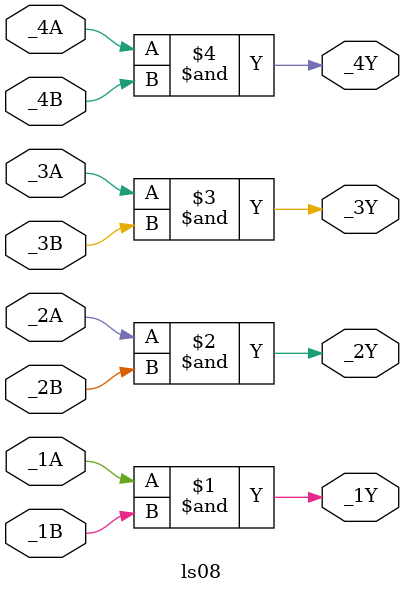
<source format=sv>
/*#########################################################################
#File Name:     ls08.sv
#Description:   DM74LS08 - Quadruple 2-Input AND Gates.
#               Boolean function xY = xA . xB, where x = gate number.             
#
#Date:          
#Programmer:    Jonathon McEllin, S00150412
#Version:       Rev. 1.00
#
#Notes:         
##########################################################################*/

module ls08(_1A, _1B, _1Y, _2A, _2B, _2Y, _3A, _3B, _3Y, _4A, _4B, _4Y);

	input wire _1A, _1B, _2A, _2B, _3A, _3B, _4A, _4B;
	output wire _1Y, _2Y, _3Y, _4Y;

	and(_1Y, _1A, _1B);
	and(_2Y, _2A, _2B);
	and(_3Y, _3A, _3B);
	and(_4Y, _4A, _4B);
	
endmodule

</source>
